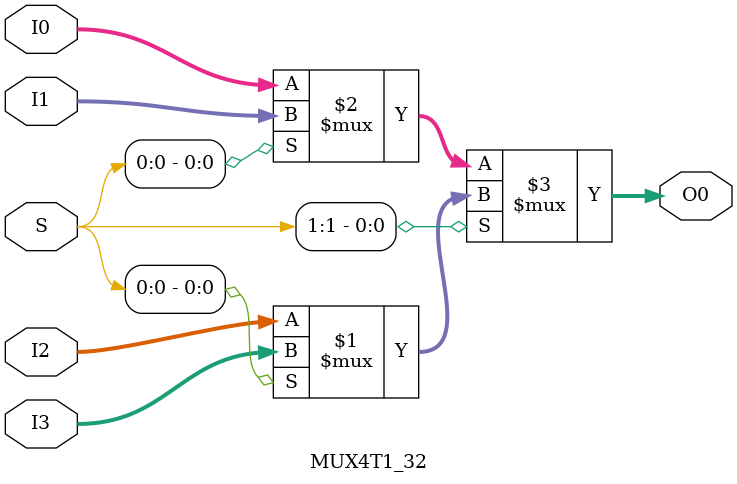
<source format=v>
`timescale 1ns / 1ps


module MUX4T1_32(
    input [31:0] I0,
    input [31:0] I1,
    input [31:0] I2,
    input [31:0] I3,
    input [1:0] S,
    output [31:0] O0
    );
    
    assign O0 = S[1] ? (S[0]?I3:I2) : (S[0]?I1:I0);
endmodule

</source>
